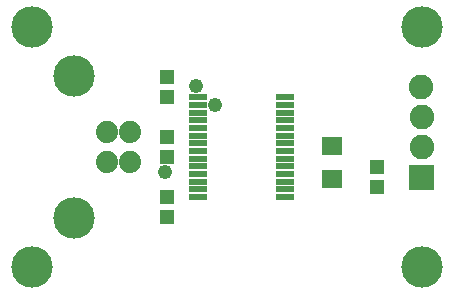
<source format=gts>
G75*
G70*
%OFA0B0*%
%FSLAX24Y24*%
%IPPOS*%
%LPD*%
%AMOC8*
5,1,8,0,0,1.08239X$1,22.5*
%
%ADD10R,0.0630X0.0217*%
%ADD11R,0.0474X0.0513*%
%ADD12R,0.0710X0.0631*%
%ADD13C,0.1380*%
%ADD14C,0.0740*%
%ADD15R,0.0820X0.0820*%
%ADD16C,0.0820*%
%ADD17C,0.0480*%
D10*
X008133Y003568D03*
X008133Y003824D03*
X008133Y004080D03*
X008133Y004336D03*
X008133Y004592D03*
X008133Y004848D03*
X008133Y005104D03*
X008133Y005360D03*
X008133Y005616D03*
X008133Y005872D03*
X008133Y006127D03*
X008133Y006383D03*
X008133Y006639D03*
X008133Y006895D03*
X011012Y006895D03*
X011012Y006639D03*
X011012Y006383D03*
X011012Y006127D03*
X011012Y005872D03*
X011012Y005616D03*
X011012Y005360D03*
X011012Y005104D03*
X011012Y004848D03*
X011012Y004592D03*
X011012Y004336D03*
X011012Y004080D03*
X011012Y003824D03*
X011012Y003568D03*
D11*
X014072Y003897D03*
X014072Y004566D03*
X007072Y004897D03*
X007072Y005566D03*
X007072Y006897D03*
X007072Y007566D03*
X007072Y003566D03*
X007072Y002897D03*
D12*
X012572Y004181D03*
X012572Y005283D03*
D13*
X002572Y001232D03*
X004002Y002862D03*
X004002Y007602D03*
X002572Y009232D03*
X015572Y009232D03*
X015572Y001232D03*
D14*
X005852Y004740D03*
X005072Y004740D03*
X005072Y005724D03*
X005852Y005724D03*
D15*
G36*
X015162Y004641D02*
X015981Y004642D01*
X015982Y003823D01*
X015163Y003822D01*
X015162Y004641D01*
G37*
D16*
X015571Y005232D03*
X015569Y006232D03*
X015567Y007232D03*
D17*
X008692Y006632D03*
X008052Y007272D03*
X007012Y004392D03*
M02*

</source>
